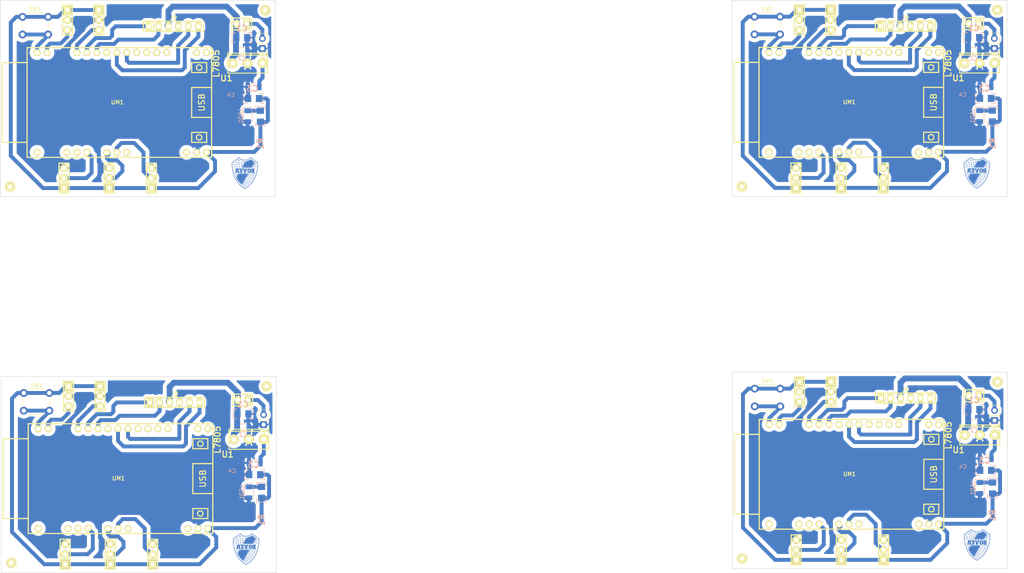
<source format=kicad_pcb>
(kicad_pcb (version 20211014) (generator pcbnew)
  (layers (0 "F.Cu" signal) (31 "B.Cu" signal) (34 "B.Paste" user) (35 "F.Paste" user) (36 "B.SilkS" user "B.Silkscreen") (37 "F.SilkS" user "F.Silkscreen") (38 "B.Mask" user) (39 "F.Mask" user) (44 "Edge.Cuts" user))
  (net 0 "")
  (net 1 "+7.5V")
  (net 2 "GND")
  (net 3 "+5V")
  (net 4 "/VBAT")
  (net 5 "/BOTON")
  (net 6 "Net-(LED1-Pad1)")
  (net 7 "/OUT_IR2")
  (net 8 "/OUT_IR1")
  (net 9 "/D0")
  (net 10 "/D0B")
  (net 11 "/IN4")
  (net 12 "/IN3")
  (net 13 "/IN2")
  (net 14 "/IN1")
  (net 17 "/OUT_IR3")
  (footprint "EESTN5:Pin_Strip_3" (layer "F.Cu") (at 51.25 159.45 90)
    (fp_text reference "J1" hide)
    (fp_text value "Sharp" hide)
  )
  (footprint "EESTN5:ESP32_DEVKIT_V1_DOIT" (layer "F.Cu") (at 52.896802 44.440117)
    (fp_text reference "UM1")
    (fp_text value "ESP32_DEVKITC" hide)
  )
  (footprint "EESTN5:pad_2mm" (layer "F.Cu") (at 277.1 115.6)
    (fp_text reference "H1" hide)
    (fp_text value "Mounting_Hole" hide)
  )
  (footprint "EESTN5:Pin_Strip_3" (layer "F.Cu") (at 61.696802 63.690117 90)
    (fp_text reference "J2" hide)
    (fp_text value "Sharp" hide)
  )
  (footprint "clipboard:f8367c0e-1178-412a-9d09-4bd76832e1de" (layer "F.Cu") (at 268.6 154.4)
    (fp_text reference "")
    (fp_text value "")
  )
  (footprint "EESTN5:ESP32_DEVKIT_V1_DOIT" (layer "F.Cu") (at 53.2 140.2)
    (fp_text reference "UM1")
    (fp_text value "ESP32_DEVKITC" hide)
  )
  (footprint "EESTN5:Pin_Strip_3" (layer "F.Cu") (at 225.85 158.35 90)
    (fp_text reference "J3" hide)
    (fp_text value "Sharp" hide)
  )
  (footprint "EESTN5:Pin_Header_6" (layer "F.Cu") (at 67.6 120.8)
    (fp_text reference "J9")
    (fp_text value "Input of Driver L9110" hide)
  )
  (footprint "EESTN5:to220" (layer "F.Cu") (at 272.55 34.4)
    (fp_text reference "U1")
    (fp_text value "L7805")
  )
  (footprint "EESTN5:Pin_Strip_3" (layer "F.Cu") (at 40.296802 23.440117 -90)
    (fp_text reference "J7" hide)
    (fp_text value "EncoderMotorDerecha" hide)
  )
  (footprint "EESTN5:to220" (layer "F.Cu") (at 272.6 129.1)
    (fp_text reference "U1")
    (fp_text value "L7805")
  )
  (footprint "EESTN5:Pin_Header_6" (layer "F.Cu") (at 253.65 25)
    (fp_text reference "J9")
    (fp_text value "Input of Driver L9110" hide)
  )
  (footprint "Connector_PinHeader_2.54mm:PinHeader_1x02_P2.54mm_Vertical" (layer "F.Cu") (at 89.946802 30.715117 180)
    (fp_text reference "J4")
    (fp_text value "CableAlimentacion")
  )
  (footprint "EESTN5:Pin_Strip_3" (layer "F.Cu") (at 225.8 63.65 90)
    (fp_text reference "J3" hide)
    (fp_text value "Sharp" hide)
  )
  (footprint "Button_Switch_THT:SW_PUSH_6mm_H4.3mm" (layer "F.Cu") (at 28.896802 22.640117)
    (fp_text reference "SW1")
    (fp_text value "SW_Push")
  )
  (footprint "EESTN5:Pin_Strip_3" (layer "F.Cu") (at 237.35 158.35 90)
    (fp_text reference "J1" hide)
    (fp_text value "Sharp" hide)
  )
  (footprint "EESTN5:to220" (layer "F.Cu") (at 86.196802 34.440117)
    (fp_text reference "U1")
    (fp_text value "L7805")
  )
  (footprint "Button_Switch_THT:SW_PUSH_6mm_H4.3mm" (layer "F.Cu") (at 215.3 117.3)
    (fp_text reference "SW1")
    (fp_text value "SW_Push")
  )
  (footprint "EESTN5:Pin_Strip_3" (layer "F.Cu") (at 40.6 119.2 -90)
    (fp_text reference "J7" hide)
    (fp_text value "EncoderMotorDerecha" hide)
  )
  (footprint "EESTN5:pad_2mm" (layer "F.Cu") (at 26 161.647332)
    (fp_text reference "H2" hide)
    (fp_text value "Mounting_Hole" hide)
  )
  (footprint "EESTN5:pad_2mm" (layer "F.Cu") (at 277.05 20.9)
    (fp_text reference "H1" hide)
    (fp_text value "Mounting_Hole" hide)
  )
  (footprint "clipboard:f8367c0e-1178-412a-9d09-4bd76832e1de" (layer "F.Cu") (at 82.5 155.5)
    (fp_text reference "")
    (fp_text value "")
  )
  (footprint "Connector_PinHeader_2.54mm:PinHeader_1x02_P2.54mm_Vertical" (layer "F.Cu") (at 90.25 126.475 180)
    (fp_text reference "J4")
    (fp_text value "CableAlimentacion")
  )
  (footprint "EESTN5:Pin_Strip_3" (layer "F.Cu") (at 237.3 63.65 90)
    (fp_text reference "J1" hide)
    (fp_text value "Sharp" hide)
  )
  (footprint "EESTN522:Jumper" (layer "F.Cu") (at 85 120.2 180)
    (fp_text reference "J5" hide)
    (fp_text value "Jumper" hide)
  )
  (footprint "Connector_PinHeader_2.54mm:PinHeader_1x02_P2.54mm_Vertical" (layer "F.Cu") (at 276.35 125.375 180)
    (fp_text reference "J4")
    (fp_text value "CableAlimentacion")
  )
  (footprint "EESTN5:Pin_Strip_3" (layer "F.Cu") (at 226.7 118.1 -90)
    (fp_text reference "J7" hide)
    (fp_text value "EncoderMotorDerecha" hide)
  )
  (footprint "EESTN522:Jumper" (layer "F.Cu") (at 84.696802 24.440117 180)
    (fp_text reference "J5" hide)
    (fp_text value "Jumper" hide)
  )
  (footprint "EESTN5:Pin_Strip_3" (layer "F.Cu") (at 234.65 23.4 -90)
    (fp_text reference "J8" hide)
    (fp_text value "EncoderMotorIzquierda" hide)
  )
  (footprint "EESTN5:Pin_Strip_3" (layer "F.Cu") (at 39.75 159.45 90)
    (fp_text reference "J3" hide)
    (fp_text value "Sharp" hide)
  )
  (footprint "EESTN522:Jumper" (layer "F.Cu") (at 271.05 24.4 180)
    (fp_text reference "J5" hide)
    (fp_text value "Jumper" hide)
  )
  (footprint "EESTN5:pad_2mm" (layer "F.Cu") (at 91 116.7)
    (fp_text reference "H1" hide)
    (fp_text value "Mounting_Hole" hide)
  )
  (footprint "EESTN5:Pin_Header_6" (layer "F.Cu") (at 67.296802 25.040117)
    (fp_text reference "J9")
    (fp_text value "Input of Driver L9110" hide)
  )
  (footprint "EESTN5:Pin_Strip_3" (layer "F.Cu") (at 226.65 23.4 -90)
    (fp_text reference "J7" hide)
    (fp_text value "EncoderMotorDerecha" hide)
  )
  (footprint "EESTN522:Jumper" (layer "F.Cu") (at 271.1 119.1 180)
    (fp_text reference "J5" hide)
    (fp_text value "Jumper" hide)
  )
  (footprint "EESTN5:pad_2mm" (layer "F.Cu") (at 212.05 65.847332)
    (fp_text reference "H2" hide)
    (fp_text value "Mounting_Hole" hide)
  )
  (footprint "EESTN5:to220" (layer "F.Cu") (at 86.5 130.2)
    (fp_text reference "U1")
    (fp_text value "L7805")
  )
  (footprint "EESTN5:Pin_Strip_3" (layer "F.Cu") (at 48.296802 23.440117 -90)
    (fp_text reference "J8" hide)
    (fp_text value "EncoderMotorIzquierda" hide)
  )
  (footprint "EESTN5:Pin_Header_6" (layer "F.Cu") (at 253.7 119.7)
    (fp_text reference "J9")
    (fp_text value "Input of Driver L9110" hide)
  )
  (footprint "EESTN5:Pin_Strip_3" (layer "F.Cu") (at 248.05 63.65 90)
    (fp_text reference "J2" hide)
    (fp_text value "Sharp" hide)
  )
  (footprint "EESTN5:ESP32_DEVKIT_V1_DOIT" (layer "F.Cu") (at 239.25 44.4)
    (fp_text reference "UM1")
    (fp_text value "ESP32_DEVKITC" hide)
  )
  (footprint "EESTN5:Pin_Strip_3" (layer "F.Cu") (at 62 159.45 90)
    (fp_text reference "J2" hide)
    (fp_text value "Sharp" hide)
  )
  (footprint "EESTN5:pad_2mm" (layer "F.Cu") (at 90.696802 20.940117)
    (fp_text reference "H1" hide)
    (fp_text value "Mounting_Hole" hide)
  )
  (footprint "EESTN5:ESP32_DEVKIT_V1_DOIT" (layer "F.Cu") (at 239.3 139.1)
    (fp_text reference "UM1")
    (fp_text value "ESP32_DEVKITC" hide)
  )
  (footprint "Connector_PinHeader_2.54mm:PinHeader_1x02_P2.54mm_Vertical" (layer "F.Cu") (at 276.3 30.675 180)
    (fp_text reference "J4")
    (fp_text value "CableAlimentacion")
  )
  (footprint "EESTN5:Pin_Strip_3" (layer "F.Cu") (at 48.6 119.2 -90)
    (fp_text reference "J8" hide)
    (fp_text value "EncoderMotorIzquierda" hide)
  )
  (footprint "Button_Switch_THT:SW_PUSH_6mm_H4.3mm" (layer "F.Cu") (at 215.25 22.6)
    (fp_text reference "SW1")
    (fp_text value "SW_Push")
  )
  (footprint "clipboard:f8367c0e-1178-412a-9d09-4bd76832e1de" (layer "F.Cu") (at 268.55 59.7)
    (fp_text reference "")
    (fp_text value "")
  )
  (footprint "EESTN5:Pin_Strip_3" (layer "F.Cu") (at 39.446802 63.690117 90)
    (fp_text reference "J3" hide)
    (fp_text value "Sharp" hide)
  )
  (footprint "clipboard:f8367c0e-1178-412a-9d09-4bd76832e1de" (layer "F.Cu") (at 82.196802 59.740117)
    (fp_text reference "")
    (fp_text value "")
  )
  (footprint "Button_Switch_THT:SW_PUSH_6mm_H4.3mm" (layer "F.Cu") (at 29.2 118.4)
    (fp_text reference "SW1")
    (fp_text value "SW_Push")
  )
  (footprint "EESTN5:pad_2mm" (layer "F.Cu") (at 212.1 160.547332)
    (fp_text reference "H2" hide)
    (fp_text value "Mounting_Hole" hide)
  )
  (footprint "EESTN5:Pin_Strip_3" (layer "F.Cu") (at 248.1 158.35 90)
    (fp_text reference "J2" hide)
    (fp_text value "Sharp" hide)
  )
  (footprint "EESTN5:pad_2mm" (layer "F.Cu") (at 25.696802 65.887449)
    (fp_text reference "H2" hide)
    (fp_text value "Mounting_Hole" hide)
  )
  (footprint "EESTN5:Pin_Strip_3" (layer "F.Cu") (at 234.7 118.1 -90)
    (fp_text reference "J8" hide)
    (fp_text value "EncoderMotorIzquierda" hide)
  )
  (footprint "EESTN5:Pin_Strip_3" (layer "F.Cu") (at 50.946802 63.690117 90)
    (fp_text reference "J1" hide)
    (fp_text value "Sharp" hide)
  )
  (footprint "EESTN5:R_1206" (layer "B.Cu") (at 275.85 142.6 90)
    (fp_text reference "R1")
    (fp_text value "470" hide)
  )
  (footprint "EESTN5:C_1206" (layer "B.Cu") (at 271.05 27.9 180)
    (fp_text reference "C1")
    (fp_text value "220uF" hide)
  )
  (footprint "LED_SMD:LED_1206_3216Metric" (layer "B.Cu") (at 272.55 47.9 -90)
    (fp_text reference "LED1")
    (fp_text value "2V")
  )
  (footprint "Capacitor_SMD:C_1206_3216Metric" (layer "B.Cu") (at 87.696802 40.440117)
    (fp_text reference "C4")
    (fp_text value "100nF")
  )
  (footprint "EESTN5:C_1206" (layer "B.Cu") (at 274.1 138.1)
    (fp_text reference "C3")
    (fp_text value "220uF" hide)
  )
  (footprint "LED_SMD:LED_1206_3216Metric" (layer "B.Cu") (at 272.6 142.6 -90)
    (fp_text reference "LED1")
    (fp_text value "2V")
  )
  (footprint "EESTN5:C_1206" (layer "B.Cu") (at 88 139.2)
    (fp_text reference "C3")
    (fp_text value "220uF" hide)
  )
  (footprint "Capacitor_SMD:C_1206_3216Metric" (layer "B.Cu") (at 84.696802 31.440117)
    (fp_text reference "C2")
    (fp_text value "100nF")
  )
  (footprint "LED_SMD:LED_1206_3216Metric" (layer "B.Cu") (at 86.5 143.7 -90)
    (fp_text reference "LED1")
    (fp_text value "2V")
  )
  (footprint "EESTN5:C_1206" (layer "B.Cu") (at 271.1 122.6 180)
    (fp_text reference "C1")
    (fp_text value "220uF" hide)
  )
  (footprint "EESTN5:R_1206" (layer "B.Cu") (at 89.75 143.7 90)
    (fp_text reference "R1")
    (fp_text value "470" hide)
  )
  (footprint "EESTN5:R_1206" (layer "B.Cu") (at 89.446802 47.940117 90)
    (fp_text reference "R1")
    (fp_text value "470" hide)
  )
  (footprint "EESTN5:C_1206" (layer "B.Cu") (at 85 123.7 180)
    (fp_text reference "C1")
    (fp_text value "220uF" hide)
  )
  (footprint "EESTN5:C_1206" (layer "B.Cu") (at 84.696802 27.940117 180)
    (fp_text reference "C1")
    (fp_text value "220uF" hide)
  )
  (footprint "Capacitor_SMD:C_1206_3216Metric" (layer "B.Cu") (at 274.1 135.1)
    (fp_text reference "C4")
    (fp_text value "100nF")
  )
  (footprint "EESTN5:R_1206" (layer "B.Cu") (at 275.8 47.9 90)
    (fp_text reference "R1")
    (fp_text value "470" hide)
  )
  (footprint "Capacitor_SMD:C_1206_3216Metric" (layer "B.Cu") (at 274.05 40.4)
    (fp_text reference "C4")
    (fp_text value "100nF")
  )
  (footprint "EESTN5:C_1206" (layer "B.Cu") (at 274.05 43.4)
    (fp_text reference "C3")
    (fp_text value "220uF" hide)
  )
  (footprint "Capacitor_SMD:C_1206_3216Metric" (layer "B.Cu") (at 85 127.2)
    (fp_text reference "C2")
    (fp_text value "100nF")
  )
  (footprint "Capacitor_SMD:C_1206_3216Metric" (layer "B.Cu") (at 271.1 126.1)
    (fp_text reference "C2")
    (fp_text value "100nF")
  )
  (footprint "EESTN5:C_1206" (layer "B.Cu") (at 87.696802 43.440117)
    (fp_text reference "C3")
    (fp_text value "220uF" hide)
  )
  (footprint "Capacitor_SMD:C_1206_3216Metric" (layer "B.Cu") (at 88 136.2)
    (fp_text reference "C4")
    (fp_text value "100nF")
  )
  (footprint "LED_SMD:LED_1206_3216Metric" (layer "B.Cu") (at 86.196802 47.940117 -90)
    (fp_text reference "LED1")
    (fp_text value "2V")
  )
  (footprint "Capacitor_SMD:C_1206_3216Metric" (layer "B.Cu") (at 271.05 31.4)
    (fp_text reference "C2")
    (fp_text value "100nF")
  )
  (gr_rect (start 93.5 164.2) (end 23.5 114.2) (layer "Edge.Cuts") (width 0.1) (fill none))
  (gr_rect (start 93.196802 68.440117) (end 23.196802 18.440117) (layer "Edge.Cuts") (width 0.1) (fill none))
  (gr_rect (start 279.6 163.1) (end 209.6 113.1) (layer "Edge.Cuts") (width 0.1) (fill none))
  (gr_rect (start 279.55 68.4) (end 209.55 18.4) (layer "Edge.Cuts") (width 0.1) (fill none))
  (segment (start 269.575 31.4) (end 269.575 32.125) (width 1.5) (layer "B.Cu") (net 1))
  (segment (start 82.69 128.76) (end 82.69 130.2) (width 1.5) (layer "B.Cu") (net 1))
  (segment (start 83.426802 24.710117) (end 83.296802 24.840117) (width 1.5) (layer "B.Cu") (net 1))
  (segment (start 269.575 31.4) (end 269.575 27.978) (width 1.5) (layer "B.Cu") (net 1))
  (segment (start 269.78 22.53) (end 269.78 24.4) (width 1.5) (layer "B.Cu") (net 1))
  (segment (start 269.83 119.37) (end 269.7 119.5) (width 1.5) (layer "B.Cu") (net 1))
  (segment (start 252.38 21.07) (end 253.45 20) (width 1.5) (layer "B.Cu") (net 1))
  (segment (start 83.525 127.2) (end 83.525 127.925) (width 1.5) (layer "B.Cu") (net 1))
  (segment (start 83.73 120.47) (end 83.6 120.6) (width 1.5) (layer "B.Cu") (net 1))
  (segment (start 269.625 122.678) (end 269.703 122.6) (width 1.5) (layer "B.Cu") (net 1))
  (segment (start 66.33 116.87) (end 67.4 115.8) (width 1.5) (layer "B.Cu") (net 1))
  (segment (start 252.43 119.7) (end 252.43 115.77) (width 1.5) (layer "B.Cu") (net 1))
  (segment (start 252.15848 24.77848) (end 252.38 25) (width 1.5) (layer "B.Cu") (net 1))
  (segment (start 65.805282 24.818597) (end 66.026802 25.040117) (width 1.5) (layer "B.Cu") (net 1))
  (segment (start 83.221802 31.440117) (end 83.221802 28.018117) (width 1.5) (layer "B.Cu") (net 1))
  (segment (start 269.653 24.803) (end 269.653 27.9) (width 1.5) (layer "B.Cu") (net 1))
  (segment (start 269.575 32.125) (end 268.74 32.96) (width 1.5) (layer "B.Cu") (net 1))
  (segment (start 252.38 25) (end 252.38 21.07) (width 1.5) (layer "B.Cu") (net 1))
  (segment (start 66.33 120.8) (end 66.33 116.87) (width 1.5) (layer "B.Cu") (net 1))
  (segment (start 269.7 119.5) (end 269.703 119.503) (width 1.5) (layer "B.Cu") (net 1))
  (segment (start 66.10848 120.57848) (end 66.33 120.8) (width 1.5) (layer "B.Cu") (net 1))
  (segment (start 269.83 117.23) (end 269.83 119.1) (width 1.5) (layer "B.Cu") (net 1))
  (segment (start 66.026802 21.110117) (end 67.096802 20.040117) (width 1.5) (layer "B.Cu") (net 1))
  (segment (start 269.78 24.67) (end 269.65 24.8) (width 1.5) (layer "B.Cu") (net 1))
  (segment (start 81.2 115.8) (end 83.73 118.33) (width 1.5) (layer "B.Cu") (net 1))
  (segment (start 83.299802 24.843117) (end 83.299802 27.940117) (width 1.5) (layer "B.Cu") (net 1))
  (segment (start 83.221802 31.440117) (end 83.221802 32.165117) (width 1.5) (layer "B.Cu") (net 1))
  (segment (start 252.20848 119.47848) (end 252.43 119.7) (width 1.5) (layer "B.Cu") (net 1))
  (segment (start 253.5 114.7) (end 267.3 114.7) (width 1.5) (layer "B.Cu") (net 1))
  (segment (start 268.79 127.66) (end 268.79 129.1) (width 1.5) (layer "B.Cu") (net 1))
  (segment (start 268.74 32.96) (end 268.74 34.4) (width 1.5) (layer "B.Cu") (net 1))
  (segment (start 269.575 27.978) (end 269.653 27.9) (width 1.5) (layer "B.Cu") (net 1))
  (segment (start 83.73 120.2) (end 83.73 120.47) (width 1.5) (layer "B.Cu") (net 1))
  (segment (start 82.386802 33.000117) (end 82.386802 34.440117) (width 1.5) (layer "B.Cu") (net 1))
  (segment (start 67.4 115.8) (end 81.2 115.8) (width 1.5) (layer "B.Cu") (net 1))
  (segment (start 269.625 126.1) (end 269.625 122.678) (width 1.5) (layer "B.Cu") (net 1))
  (segment (start 252.43 115.77) (end 253.5 114.7) (width 1.5) (layer "B.Cu") (net 1))
  (segment (start 269.65 24.8) (end 269.653 24.803) (width 1.5) (layer "B.Cu") (net 1))
  (segment (start 83.426802 24.440117) (end 83.426802 24.710117) (width 1.5) (layer "B.Cu") (net 1))
  (segment (start 83.525 127.2) (end 83.525 123.778) (width 1.5) (layer "B.Cu") (net 1))
  (segment (start 269.625 126.825) (end 268.79 127.66) (width 1.5) (layer "B.Cu") (net 1))
  (segment (start 267.25 20) (end 269.78 22.53) (width 1.5) (layer "B.Cu") (net 1))
  (segment (start 269.83 119.1) (end 269.83 119.37) (width 1.5) (layer "B.Cu") (net 1))
  (segment (start 269.78 24.4) (end 269.78 24.67) (width 1.5) (layer "B.Cu") (net 1))
  (segment (start 269.703 119.503) (end 269.703 122.6) (width 1.5) (layer "B.Cu") (net 1))
  (segment (start 83.221802 28.018117) (end 83.299802 27.940117) (width 1.5) (layer "B.Cu") (net 1))
  (segment (start 83.603 120.603) (end 83.603 123.7) (width 1.5) (layer "B.Cu") (net 1))
  (segment (start 66.026802 25.040117) (end 66.026802 21.110117) (width 1.5) (layer "B.Cu") (net 1))
  (segment (start 269.625 126.1) (end 269.625 126.825) (width 1.5) (layer "B.Cu") (net 1))
  (segment (start 83.525 123.778) (end 83.603 123.7) (width 1.5) (layer "B.Cu") (net 1))
  (segment (start 83.296802 24.840117) (end 83.299802 24.843117) (width 1.5) (layer "B.Cu") (net 1))
  (segment (start 67.096802 20.040117) (end 80.896802 20.040117) (width 1.5) (layer "B.Cu") (net 1))
  (segment (start 83.6 120.6) (end 83.603 120.603) (width 1.5) (layer "B.Cu") (net 1))
  (segment (start 83.221802 32.165117) (end 82.386802 33.000117) (width 1.5) (layer "B.Cu") (net 1))
  (segment (start 80.896802 20.040117) (end 83.426802 22.570117) (width 1.5) (layer "B.Cu") (net 1))
  (segment (start 83.426802 22.570117) (end 83.426802 24.440117) (width 1.5) (layer "B.Cu") (net 1))
  (segment (start 253.45 20) (end 267.25 20) (width 1.5) (layer "B.Cu") (net 1))
  (segment (start 83.73 118.33) (end 83.73 120.2) (width 1.5) (layer "B.Cu") (net 1))
  (segment (start 267.3 114.7) (end 269.83 117.23) (width 1.5) (layer "B.Cu") (net 1))
  (segment (start 83.525 127.925) (end 82.69 128.76) (width 1.5) (layer "B.Cu") (net 1))
  (segment (start 86.603 136.278) (end 86.525 136.2) (width 1) (layer "B.Cu") (net 2))
  (segment (start 234.7 147.85) (end 236.1 147.85) (width 1) (layer "B.Cu") (net 2))
  (segment (start 223.9 153.86) (end 225.85 155.81) (width 1) (layer "B.Cu") (net 2))
  (segment (start 272.447 31.322) (end 272.525 31.4) (width 1) (layer "B.Cu") (net 2))
  (segment (start 274.775 30.675) (end 274.05 31.4) (width 1) (layer "B.Cu") (net 2))
  (segment (start 259.57 57.1) (end 259.75 56.92) (width 1) (layer "B.Cu") (net 2))
  (segment (start 229.3 118.1) (end 230.7 118.1) (width 1) (layer "B.Cu") (net 2))
  (segment (start 276.35 125.375) (end 274.825 125.375) (width 1) (layer "B.Cu") (net 2))
  (segment (start 274.1 126.1) (end 272.575 126.1) (width 1) (layer "B.Cu") (net 2))
  (segment (start 259.8 148.2) (end 260.3 147.7) (width 1) (layer "B.Cu") (net 2))
  (segment (start 264.35 34.9) (end 264.35 39.7) (width 1) (layer "B.Cu") (net 2))
  (segment (start 272.55 31.425) (end 272.55 34.4) (width 1) (layer "B.Cu") (net 2))
  (segment (start 272.497 126.022) (end 272.575 126.1) (width 1) (layer "B.Cu") (net 2))
  (segment (start 43.2 119.2) (end 44.6 119.2) (width 1) (layer "B.Cu") (net 2))
  (segment (start 86.171802 31.440117) (end 86.196802 31.465117) (width 1) (layer "B.Cu") (net 2))
  (segment (start 38.646802 53.190117) (end 37.496802 54.340117) (width 1) (layer "B.Cu") (net 2))
  (segment (start 40.325 148.925) (end 40.35 148.95) (width 1) (layer "B.Cu") (net 2))
  (segment (start 274.825 125.375) (end 274.1 126.1) (width 1) (layer "B.Cu") (net 2))
  (segment (start 226.4 53.15) (end 225 53.15) (width 1) (layer "B.Cu") (net 2))
  (segment (start 270.25 144) (end 269.35 143.1) (width 1) (layer "B.Cu") (net 2))
  (segment (start 48.6 148.95) (end 50 148.95) (width 1) (layer "B.Cu") (net 2))
  (segment (start 248.1 147.85) (end 247.1 147.85) (width 1) (layer "B.Cu") (net 2))
  (segment (start 86.397 127.122) (end 86.475 127.2) (width 1) (layer "B.Cu") (net 2))
  (segment (start 259.75 56.92) (end 259.75 53.5) (width 1) (layer "B.Cu") (net 2))
  (segment (start 76.016802 53.190117) (end 70.646802 53.190117) (width 1) (layer "B.Cu") (net 2))
  (segment (start 225 53.15) (end 225 31.55) (width 1) (layer "B.Cu") (net 2))
  (segment (start 226.425 147.825) (end 226.45 147.85) (width 1) (layer "B.Cu") (net 2))
  (segment (start 86.5 127.225) (end 86.5 130.2) (width 1) (layer "B.Cu") (net 2))
  (segment (start 82.946802 48.440117) (end 82.946802 44.690117) (width 1) (layer "B.Cu") (net 2))
  (segment (start 272.525 31.4) (end 272.55 31.425) (width 1) (layer "B.Cu") (net 2))
  (segment (start 237.3 61.11) (end 236.26 61.11) (width 1) (layer "B.Cu") (net 2))
  (segment (start 49.906802 61.150117) (end 48.296802 59.540117) (width 1) (layer "B.Cu") (net 2))
  (segment (start 262.42 147.85) (end 271.1 147.85) (width 1) (layer "B.Cu") (net 2))
  (segment (start 269.3 44.65) (end 270.55 43.4) (width 1) (layer "B.Cu") (net 2))
  (segment (start 90.25 126.475) (end 88.725 126.475) (width 1) (layer "B.Cu") (net 2))
  (segment (start 236.05 53.15) (end 226.4 53.15) (width 1) (layer "B.Cu") (net 2))
  (segment (start 73.396802 56.960117) (end 73.396802 53.540117) (width 1) (layer "B.Cu") (net 2))
  (segment (start 48.6 155.3) (end 48.6 148.95) (width 1) (layer "B.Cu") (net 2))
  (segment (start 254.97 117.63) (end 255.5 117.1) (width 1) (layer "B.Cu") (net 2))
  (segment (start 48.296802 59.540117) (end 48.296802 53.190117) (width 1) (layer "B.Cu") (net 2))
  (segment (start 68.87 118.73) (end 69.4 118.2) (width 1) (layer "B.Cu") (net 2))
  (segment (start 80.896802 32.040117) (end 77.996802 34.940117) (width 1) (layer "B.Cu") (net 2))
  (segment (start 267.25 32) (end 264.35 34.9) (width 1) (layer "B.Cu") (net 2))
  (segment (start 86.5 147.45) (end 86.5 145.1) (width 1) (layer "B.Cu") (net 2))
  (segment (start 86.397 123.7) (end 86.397 127.122) (width 1) (layer "B.Cu") (net 2))
  (segment (start 68.87 120.8) (end 68.87 118.73) (width 1) (layer "B.Cu") (net 2))
  (segment (start 73.7 149.3) (end 74.2 148.8) (width 1) (layer "B.Cu") (net 2))
  (segment (start 274.05 31.4) (end 272.525 31.4) (width 1) (layer "B.Cu") (net 2))
  (segment (start 44.386481 25.850438) (end 44.386481 23.529796) (width 1) (layer "B.Cu") (net 2))
  (segment (start 60.696802 53.190117) (end 49.696802 53.190117) (width 1) (layer "B.Cu") (net 2))
  (segment (start 272.6 146.35) (end 272.6 144) (width 1) (layer "B.Cu") (net 2))
  (segment (start 84.15 145.1) (end 83.25 144.2) (width 1) (layer "B.Cu") (net 2))
  (segment (start 38.95 148.95) (end 37.8 150.1) (width 1) (layer "B.Cu") (net 2))
  (segment (start 234.65 59.5) (end 234.65 53.15) (width 1) (layer "B.Cu") (net 2))
  (segment (start 38.95 127.35) (end 44.689679 121.610321) (width 1) (layer "B.Cu") (net 2))
  (segment (start 262.05 22.4) (end 267.25 27.6) (width 1) (layer "B.Cu") (net 2))
  (segment (start 62 156.91) (end 62 148.95) (width 1) (layer "B.Cu") (net 2))
  (segment (start 44.689679 119.289679) (end 44.6 119.2) (width 1) (layer "B.Cu") (net 2))
  (segment (start 262.37 53.15) (end 257 53.15) (width 1) (layer "B.Cu") (net 2))
  (segment (start 62 148.95) (end 61 148.95) (width 1) (layer "B.Cu") (net 2))
  (segment (start 86.299802 40.518117) (end 86.221802 40.440117) (width 1) (layer "B.Cu") (net 2))
  (segment (start 257.7 53.15) (end 257 53.15) (width 1) (layer "B.Cu") (net 2))
  (segment (start 272.575 40.4) (end 272.575 34.425) (width 1) (layer "B.Cu") (net 2))
  (segment (start 257.75 147.85) (end 257.05 147.85) (width 1) (layer "B.Cu") (net 2))
  (segment (start 71.346802 53.190117) (end 70.646802 53.190117) (width 1) (layer "B.Cu") (net 2))
  (segment (start 271.05 53.15) (end 272.55 51.65) (width 1) (layer "B.Cu") (net 2))
  (segment (start 272.625 129.125) (end 272.6 129.1) (width 1) (layer "B.Cu") (net 2))
  (segment (start 84.5 139.2) (end 86.603 139.2) (width 1) (layer "B.Cu") (net 2))
  (segment (start 71.65 148.95) (end 70.95 148.95) (width 1) (layer "B.Cu") (net 2))
  (segment (start 84.696802 53.190117) (end 86.196802 51.690117) (width 1) (layer "B.Cu") (net 2))
  (segment (start 225.05 147.85) (end 223.9 149) (width 1) (layer "B.Cu") (net 2))
  (segment (start 76 118.2) (end 81.2 123.4) (width 1) (layer "B.Cu") (net 2))
  (segment (start 50.21 156.91) (end 48.6 155.3) (width 1) (layer "B.Cu") (net 2))
  (segment (start 236.26 61.11) (end 234.65 59.5) (width 1) (layer "B.Cu") (net 2))
  (segment (start 248.05 53.15) (end 247.05 53.15) (width 1) (layer "B.Cu") (net 2))
  (segment (start 40.046802 53.190117) (end 38.646802 53.190117) (width 1) (layer "B.Cu") (net 2))
  (segment (start 89.946802 30.715117) (end 88.421802 30.715117) (width 1) (layer "B.Cu") (net 2))
  (segment (start 225.05 126.25) (end 230.789679 120.510321) (width 1) (layer "B.Cu") (net 2))
  (segment (start 69.096802 22.440117) (end 75.696802 22.440117) (width 1) (layer "B.Cu") (net 2))
  (segment (start 37.8 150.1) (end 37.8 154.96) (width 1) (layer "B.Cu") (net 2))
  (segment (start 230.65 23.4) (end 234.65 23.4) (width 1) (layer "B.Cu") (net 2))
  (segment (start 83.25 140.45) (end 84.5 139.2) (width 1) (layer "B.Cu") (net 2))
  (segment (start 40.021802 53.165117) (end 40.046802 53.190117) (width 1) (layer "B.Cu") (net 2))
  (segment (start 225 31.55) (end 230.739679 25.810321) (width 1) (layer "B.Cu") (net 2))
  (segment (start 272.447 27.9) (end 272.447 31.322) (width 1) (layer "B.Cu") (net 2))
  (segment (start 86.221802 40.440117) (end 86.221802 34.465117) (width 1) (layer "B.Cu") (net 2))
  (segment (start 264.35 39.7) (end 269.3 44.65) (width 1) (layer "B.Cu") (net 2))
  (segment (start 226.45 147.85) (end 225.05 147.85) (width 1) (layer "B.Cu") (net 2))
  (segment (start 88 127.2) (end 86.475 127.2) (width 1) (layer "B.Cu") (net 2))
  (segment (start 81.2 123.4) (end 81.2 127.8) (width 1) (layer "B.Cu") (net 2))
  (segment (start 257.05 147.85) (end 247.1 147.85) (width 1) (layer "B.Cu") (net 2))
  (segment (start 254.92 25) (end 254.92 22.93) (width 1) (layer "B.Cu") (net 2))
  (segment (start 86.196802 51.690117) (end 86.196802 49.340117) (width 1) (layer "B.Cu") (net 2))
  (segment (start 237.35 155.81) (end 236.31 155.81) (width 1) (layer "B.Cu") (net 2))
  (segment (start 270.6 138.1) (end 272.703 138.1) (width 1) (layer "B.Cu") (net 2))
  (segment (start 70.646802 53.190117) (end 60.696802 53.190117) (width 1) (layer "B.Cu") (net 2))
  (segment (start 76.016802 53.190117) (end 84.696802 53.190117) (width 1) (layer "B.Cu") (net 2))
  (segment (start 272.703 135.178) (end 272.625 135.1) (width 1) (layer "B.Cu") (net 2))
  (segment (start 267.3 126.7) (end 264.4 129.6) (width 1) (layer "B.Cu") (net 2))
  (segment (start 86.475 127.2) (end 86.5 127.225) (width 1) (layer "B.Cu") (net 2))
  (segment (start 259.8 151.62) (end 259.8 148.2) (width 1) (layer "B.Cu") (net 2))
  (segment (start 272.6 126.125) (end 272.6 129.1) (width 1) (layer "B.Cu") (net 2))
  (segment (start 77.996802 34.940117) (end 77.996802 39.740117) (width 1) (layer "B.Cu") (net 2))
  (segment (start 75.696802 22.440117) (end 80.896802 27.640117) (width 1) (layer "B.Cu") (net 2))
  (segment (start 86.525 130.225) (end 86.5 130.2) (width 1) (layer "B.Cu") (net 2))
  (segment (start 40.6 119.2) (end 43.2 119.2) (width 1) (layer "B.Cu") (net 2))
  (segment (start 81.2 127.8) (end 78.3 130.7) (width 1) (layer "B.Cu") (net 2))
  (segment (start 82.946802 44.690117) (end 84.196802 43.440117) (width 1) (layer "B.Cu") (net 2))
  (segment (start 247.1 147.85) (end 236.1 147.85) (width 1) (layer "B.Cu") (net 2))
  (segment (start 230.739679 25.810321) (end 230.739679 23.489679) (width 1) (layer "B.Cu") (net 2))
  (segment (start 40.296802 23.440117) (end 42.896802 23.440117) (width 1) (layer "B.Cu") (net 2))
  (segment (start 272.653 40.478) (end 272.575 40.4) (width 1) (layer "B.Cu") (net 2))
  (segment (start 85 148.95) (end 86.5 147.45) (width 1) (layer "B.Cu") (net 2))
  (segment (start 44.386481 23.529796) (end 44.296802 23.440117) (width 1) (layer "B.Cu") (net 2))
  (segment (start 69.4 118.2) (end 76 118.2) (width 1) (layer "B.Cu") (net 2))
  (segment (start 42.896802 23.440117) (end 44.296802 23.440117) (width 1) (layer "B.Cu") (net 2))
  (segment (start 272.55 51.65) (end 272.55 49.3) (width 1) (layer "B.Cu") (net 2))
  (segment (start 86.525 136.2) (end 86.525 130.225) (width 1) (layer "B.Cu") (net 2))
  (segment (start 48.296802 53.190117) (end 49.696802 53.190117) (width 1) (layer "B.Cu") (net 2))
  (segment (start 50.946802 61.150117) (end 49.906802 61.150117) (width 1) (layer "B.Cu") (net 2))
  (segment (start 267.25 27.6) (end 267.25 32) (width 1) (layer "B.Cu") (net 2))
  (segment (start 255.45 22.4) (end 262.05 22.4) (width 1) (layer "B.Cu") (net 2))
  (segment (start 226.375 53.125) (end 226.4 53.15) (width 1) (layer "B.Cu") (net 2))
  (segment (start 272.653 43.4) (end 272.653 40.478) (width 1) (layer "B.Cu") (net 2))
  (segment (start 38.646802 31.590117) (end 44.386481 25.850438) (width 1) (layer "B.Cu") (net 2))
  (segment (start 68.566802 22.970117) (end 69.096802 22.440117) (width 1) (layer "B.Cu") (net 2))
  (segment (start 269.35 143.1) (end 269.35 139.35) (width 1) (layer "B.Cu") (net 2))
  (segment (start 76.32 148.95) (end 70.95 148.95) (width 1) (layer "B.Cu") (net 2))
  (segment (start 234.65 53.15) (end 236.05 53.15) (width 1) (layer "B.Cu") (net 2))
  (segment (start 262.37 53.15) (end 271.05 53.15) (width 1) (layer "B.Cu") (net 2))
  (segment (start 37.8 154.96) (end 39.75 156.91) (width 1) (layer "B.Cu") (net 2))
  (segment (start 230.789679 118.189679) (end 230.7 118.1) (width 1) (layer "B.Cu") (net 2))
  (segment (start 83.846802 49.340117) (end 82.946802 48.440117) (width 1) (layer "B.Cu") (net 2))
  (segment (start 262.42 147.85) (end 257.05 147.85) (width 1) (layer "B.Cu") (net 2))
  (segment (start 61 148.95) (end 50 148.95) (width 1) (layer "B.Cu") (net 2))
  (segment (start 80.896802 27.640117) (end 80.896802 32.040117) (width 1) (layer "B.Cu") (net 2))
  (segment (start 223.85 59.16) (end 225.8 61.11) (width 1) (layer "B.Cu") (net 2))
  (segment (start 229.25 23.4) (end 230.65 23.4) (width 1) (layer "B.Cu") (net 2))
  (segment (start 257 53.15) (end 247.05 53.15) (width 1) (layer "B.Cu") (net 2))
  (segment (start 73.7 152.72) (end 73.7 149.3) (width 1) (layer "B.Cu") (net 2))
  (segment (start 272.575 126.1) (end 272.6 126.125) (width 1) (layer "B.Cu") (net 2))
  (segment (start 254.92 22.93) (end 255.45 22.4) (width 1) (layer "B.Cu") (net 2))
  (segment (start 230.739679 23.489679) (end 230.65 23.4) (width 1) (layer "B.Cu") (net 2))
  (segment (start 83.25 144.2) (end 83.25 140.45) (width 1) (layer "B.Cu") (net 2))
  (segment (start 78.3 135.5) (end 83.25 140.45) (width 1) (layer "B.Cu") (net 2))
  (segment (start 259.62 151.8) (end 259.8 151.62) (width 1) (layer "B.Cu") (net 2))
  (segment (start 272.703 138.1) (end 272.703 135.178) (width 1) (layer "B.Cu") (net 2))
  (segment (start 61.696802 53.190117) (end 60.696802 53.190117) (width 1) (layer "B.Cu") (net 2))
  (segment (start 223.85 54.3) (end 223.85 59.16) (width 1) (layer "B.Cu") (net 2))
  (segment (start 51.25 156.91) (end 50.21 156.91) (width 1) (layer "B.Cu") (net 2))
  (segment (start 269.35 139.35) (end 270.6 138.1) (width 1) (layer "B.Cu") (net 2))
  (segment (start 255.5 117.1) (end 262.1 117.1) (width 1) (layer "B.Cu") (net 2))
  (segment (start 264.4 134.4) (end 269.35 139.35) (width 1) (layer "B.Cu") (net 2))
  (segment (start 38.646802 53.190117) (end 38.646802 31.590117) (width 1) (layer "B.Cu") (net 2))
  (segment (start 73.52 152.9) (end 73.7 152.72) (width 1) (layer "B.Cu") (net 2))
  (segment (start 272.6 144) (end 270.25 144) (width 1) (layer "B.Cu") (net 2))
  (segment (start 73.216802 57.140117) (end 73.396802 56.960117) (width 1) (layer "B.Cu") (net 2))
  (segment (start 86.5 145.1) (end 84.15 145.1) (width 1) (layer "B.Cu") (net 2))
  (segment (start 50 148.95) (end 40.35 148.95) (width 1) (layer "B.Cu") (net 2))
  (segment (start 270.2 49.3) (end 269.3 48.4) (width 1) (layer "B.Cu") (net 2))
  (segment (start 68.566802 25.040117) (end 68.566802 22.970117) (width 1) (layer "B.Cu") (net 2))
  (segment (start 70.95 148.95) (end 61 148.95) (width 1) (layer "B.Cu") (net 2))
  (segment (start 77.996802 39.740117) (end 82.946802 44.690117) (width 1) (layer "B.Cu") (net 2))
  (segment (start 86.196802 31.465117) (end 86.196802 34.440117) (width 1) (layer "B.Cu") (net 2))
  (segment (start 248.05 61.11) (end 248.05 53.15) (width 1) (layer "B.Cu") (net 2))
  (segment (start 44.6 119.2) (end 48.6 119.2) (width 1) (layer "B.Cu") (net 2))
  (segment (start 86.093802 31.362117) (end 86.171802 31.440117) (width 1) (layer "B.Cu") (net 2))
  (segment (start 248.1 155.81) (end 248.1 147.85) (width 1) (layer "B.Cu") (net 2))
  (segment (start 73.396802 53.540117) (end 73.896802 53.040117) (width 1) (layer "B.Cu") (net 2))
  (segment (start 225.05 147.85) (end 225.05 126.25) (width 1) (layer "B.Cu") (net 2))
  (segment (start 230.789679 120.510321) (end 230.789679 118.189679) (width 1) (layer "B.Cu") (net 2))
  (segment (start 49.696802 53.190117) (end 40.046802 53.190117) (width 1) (layer "B.Cu") (net 2))
  (segment (start 247.05 53.15) (end 236.05 53.15) (width 1) (layer "B.Cu") (net 2))
  (segment (start 37.496802 54.340117) (end 37.496802 59.200117) (width 1) (layer "B.Cu") (net 2))
  (segment (start 88.421802 30.715117) (end 87.696802 31.440117) (width 1) (layer "B.Cu") (net 2))
  (segment (start 76.32 148.95) (end 85 148.95) (width 1) (layer "B.Cu") (net 2))
  (segment (start 38.95 148.95) (end 38.95 127.35) (width 1) (layer "B.Cu") (net 2))
  (segment (start 44.296802 23.440117) (end 48.296802 23.440117) (width 1) (layer "B.Cu") (net 2))
  (segment (start 259.75 53.5) (end 260.25 53) (width 1) (layer "B.Cu") (net 2))
  (segment (start 272.575 34.425) (end 272.55 34.4) (width 1) (layer "B.Cu") (net 2))
  (segment (start 254.97 119.7) (end 254.97 117.63) (width 1) (layer "B.Cu") (net 2))
  (segment (start 37.496802 59.200117) (end 39.446802 61.150117) (width 1) (layer "B.Cu") (net 2))
  (segment (start 86.603 139.2) (end 86.603 136.278) (width 1) (layer "B.Cu") (net 2))
  (segment (start 264.4 129.6) (end 264.4 134.4) (width 1) (layer "B.Cu") (net 2))
  (segment (start 87.696802 31.440117) (end 86.171802 31.440117) (width 1) (layer "B.Cu") (net 2))
  (segment (start 234.7 154.2) (end 234.7 147.85) (width 1) (layer "B.Cu") (net 2))
  (segment (start 272.625 135.1) (end 272.625 129.125) (width 1) (layer "B.Cu") (net 2))
  (segment (start 223.9 149) (end 223.9 153.86) (width 1) (layer "B.Cu") (net 2))
  (segment (start 88.725 126.475) (end 88 127.2) (width 1) (layer "B.Cu") (net 2))
  (segment (start 236.31 155.81) (end 234.7 154.2) (width 1) (layer "B.Cu") (net 2))
  (segment (start 78.3 130.7) (end 78.3 135.5) (width 1) (layer "B.Cu") (net 2))
  (segment (start 226.65 23.4) (end 229.25 23.4) (width 1) (layer "B.Cu") (net 2))
  (segment (start 270.55 43.4) (end 272.653 43.4) (width 1) (layer "B.Cu") (net 2))
  (segment (start 271.1 147.85) (end 272.6 146.35) (width 1) (layer "B.Cu") (net 2))
  (segment (start 272.497 122.6) (end 272.497 126.022) (width 1) (layer "B.Cu") (net 2))
  (segment (start 267.3 122.3) (end 267.3 126.7) (width 1) (layer "B.Cu") (net 2))
  (segment (start 61.696802 61.150117) (end 61.696802 53.190117) (width 1) (layer "B.Cu") (net 2))
  (segment (start 40.35 148.95) (end 38.95 148.95) (width 1) (layer "B.Cu") (net 2))
  (segment (start 230.7 118.1) (end 234.7 118.1) (width 1) (layer "B.Cu") (net 2))
  (segment (start 226.7 118.1) (end 229.3 118.1) (width 1) (layer "B.Cu") (net 2))
  (segment (start 86.093802 27.940117) (end 86.093802 31.362117) (width 1) (layer "B.Cu") (net 2))
  (segment (start 236.1 147.85) (end 226.45 147.85) (width 1) (layer "B.Cu") (net 2))
  (segment (start 86.196802 49.340117) (end 83.846802 49.340117) (width 1) (layer "B.Cu") (net 2))
  (segment (start 262.1 117.1) (end 267.3 122.3) (width 1) (layer "B.Cu") (net 2))
  (segment (start 269.3 48.4) (end 269.3 44.65) (width 1) (layer "B.Cu") (net 2))
  (segment (start 272.55 49.3) (end 270.2 49.3) (width 1) (layer "B.Cu") (net 2))
  (segment (start 276.3 30.675) (end 274.775 30.675) (width 1) (layer "B.Cu") (net 2))
  (segment (start 44.689679 121.610321) (end 44.689679 119.289679) (width 1) (layer "B.Cu") (net 2))
  (segment (start 86.299802 43.440117) (end 86.299802 40.518117) (width 1) (layer "B.Cu") (net 2))
  (segment (start 84.196802 43.440117) (end 86.299802 43.440117) (width 1) (layer "B.Cu") (net 2))
  (segment (start 225 53.15) (end 223.85 54.3) (width 1) (layer "B.Cu") (net 2))
  (segment (start 86.221802 34.465117) (end 86.196802 34.440117) (width 1) (layer "B.Cu") (net 2))
  (segment (start 91.25 139.2) (end 91.651211 139.601211) (width 1) (layer "B.Cu") (net 3))
  (segment (start 39.636802 20.900117) (end 40.296802 20.900117) (width 1) (layer "B.Cu") (net 3))
  (segment (start 62 161.99) (end 73.96 161.99) (width 1) (layer "B.Cu") (net 3))
  (segment (start 277.751211 138.501211) (end 277.751211 143.698789) (width 1) (layer "B.Cu") (net 3))
  (segment (start 27.6 118.4) (end 26.2 119.8) (width 1) (layer "B.Cu") (net 3))
  (segment (start 277.3 43.4) (end 277.701211 43.801211) (width 1) (layer "B.Cu") (net 3))
  (segment (start 89.549802 49.440117) (end 89.446802 49.337117) (width 1) (layer "B.Cu") (net 3))
  (segment (start 50.946802 66.230117) (end 61.696802 66.230117) (width 1) (layer "B.Cu") (net 3))
  (segment (start 61.696802 66.230117) (end 73.656802 66.230117) (width 1) (layer "B.Cu") (net 3))
  (segment (start 220.49 160.89) (end 225.85 160.89) (width 1) (layer "B.Cu") (net 3))
  (segment (start 274.2 57) (end 262.21 57) (width 1) (layer "B.Cu") (net 3))
  (segment (start 234.7 115.56) (end 226.7 115.56) (width 1) (layer "B.Cu") (net 3))
  (segment (start 39.94 116.66) (end 40.6 116.66) (width 1) (layer "B.Cu") (net 3))
  (segment (start 89.75 151.2) (end 88.15 152.8) (width 1) (layer "B.Cu") (net 3))
  (segment (start 26.2 119.8) (end 26.2 153.8) (width 1) (layer "B.Cu") (net 3))
  (segment (start 73.656802 66.230117) (end 77.896802 61.990117) (width 1) (layer "B.Cu") (net 3))
  (segment (start 275.497 138.1) (end 277.35 138.1) (width 1) (layer "B.Cu") (net 3))
  (segment (start 50.946802 66.230117) (end 39.446802 66.230117) (width 1) (layer "B.Cu") (net 3))
  (segment (start 225.85 160.89) (end 226.1 161.14) (width 1) (layer "B.Cu") (net 3))
  (segment (start 225.8 66.19) (end 226.05 66.44) (width 1) (layer "B.Cu") (net 3))
  (segment (start 237.3 66.19) (end 248.05 66.19) (width 1) (layer "B.Cu") (net 3))
  (segment (start 89.446802 55.440117) (end 87.846802 57.040117) (width 1) (layer "B.Cu") (net 3))
  (segment (start 39.75 161.99) (end 40 162.24) (width 1) (layer "B.Cu") (net 3))
  (segment (start 35.7 118.4) (end 38.2 118.4) (width 1) (layer "B.Cu") (net 3))
  (segment (start 277.35 138.1) (end 277.751211 138.501211) (width 1) (layer "B.Cu") (net 3))
  (segment (start 234.65 20.86) (end 226.65 20.86) (width 1) (layer "B.Cu") (net 3))
  (segment (start 75.856802 57.040117) (end 75.756802 57.140117) (width 1) (layer "B.Cu") (net 3))
  (segment (start 91.651211 144.798789) (end 91.25 145.2) (width 1) (layer "B.Cu") (net 3))
  (segment (start 87.846802 57.040117) (end 75.856802 57.040117) (width 1) (layer "B.Cu") (net 3))
  (segment (start 275.85 143.997) (end 275.85 150.1) (width 1) (layer "B.Cu") (net 3))
  (segment (start 89.171802 38.965117) (end 89.171802 40.440117) (width 1) (layer "B.Cu") (net 3))
  (segment (start 77.896802 59.280117) (end 75.756802 57.140117) (width 1) (layer "B.Cu") (net 3))
  (segment (start 275.8 55.4) (end 274.2 57) (width 1) (layer "B.Cu") (net 3))
  (segment (start 78.2 155.04) (end 76.06 152.9) (width 1) (layer "B.Cu") (net 3))
  (segment (start 37.896802 22.640117) (end 39.636802 20.900117) (width 1) (layer "B.Cu") (net 3))
  (segment (start 215.25 22.6) (end 213.65 22.6) (width 1) (layer "B.Cu") (net 3))
  (segment (start 76.16 152.8) (end 76.06 152.9) (width 1) (layer "B.Cu") (net 3))
  (segment (start 275.85 150.1) (end 274.25 151.7) (width 1) (layer "B.Cu") (net 3))
  (segment (start 89.475 134.725) (end 89.475 136.2) (width 1) (layer "B.Cu") (net 3))
  (segment (start 25.896802 58.040117) (end 34.086802 66.230117) (width 1) (layer "B.Cu") (net 3))
  (segment (start 91.348013 43.841328) (end 91.348013 49.038906) (width 1) (layer "B.Cu") (net 3))
  (segment (start 29.2 118.4) (end 27.6 118.4) (width 1) (layer "B.Cu") (net 3))
  (segment (start 212.25 58) (end 220.44 66.19) (width 1) (layer "B.Cu") (net 3))
  (segment (start 226.04 115.56) (end 226.7 115.56) (width 1) (layer "B.Cu") (net 3))
  (segment (start 39.446802 66.230117) (end 39.696802 66.480117) (width 1) (layer "B.Cu") (net 3))
  (segment (start 35.396802 22.640117) (end 37.896802 22.640117) (width 1) (layer "B.Cu") (net 3))
  (segment (start 264.25 61.95) (end 264.25 59.24) (width 1) (layer "B.Cu") (net 3))
  (segment (start 221.8 117.3) (end 224.3 117.3) (width 1) (layer "B.Cu") (net 3))
  (segment (start 27.296802 22.640117) (end 25.896802 24.040117) (width 1) (layer "B.Cu") (net 3))
  (segment (start 213.65 22.6) (end 212.25 24) (width 1) (layer "B.Cu") (net 3))
  (segment (start 89.446802 49.337117) (end 89.446802 55.440117) (width 1) (layer "B.Cu") (net 3))
  (segment (start 224.25 22.6) (end 225.99 20.86) (width 1) (layer "B.Cu") (net 3))
  (segment (start 90.946802 49.440117) (end 89.549802 49.440117) (width 1) (layer "B.Cu") (net 3))
  (segment (start 276.36 38.09) (end 275.525 38.925) (width 1) (layer "B.Cu") (net 3))
  (segment (start 90.006802 34.440117) (end 90.006802 38.130117) (width 1) (layer "B.Cu") (net 3))
  (segment (start 51.25 161.99) (end 62 161.99) (width 1) (layer "B.Cu") (net 3))
  (segment (start 89.853 145.2) (end 89.75 145.097) (width 1) (layer "B.Cu") (net 3))
  (segment (start 275.953 144.1) (end 275.85 143.997) (width 1) (layer "B.Cu") (net 3))
  (segment (start 264.25 59.24) (end 262.11 57.1) (width 1) (layer "B.Cu") (net 3))
  (segment (start 29.2 118.4) (end 35.7 118.4) (width 1) (layer "B.Cu") (net 3))
  (segment (start 277.701211 48.998789) (end 277.3 49.4) (width 1) (layer "B.Cu") (net 3))
  (segment (start 277.35 144.1) (end 275.953 144.1) (width 1) (layer "B.Cu") (net 3))
  (segment (start 88.15 152.8) (end 76.16 152.8) (width 1) (layer "B.Cu") (net 3))
  (segment (start 213.7 117.3) (end 212.3 118.7) (width 1) (layer "B.Cu") (net 3))
  (segment (start 34.39 161.99) (end 39.75 161.99) (width 1) (layer "B.Cu") (net 3))
  (segment (start 237.35 160.89) (end 248.1 160.89) (width 1) (layer "B.Cu") (net 3))
  (segment (start 262.21 57) (end 262.11 57.1) (width 1) (layer "B.Cu") (net 3))
  (segment (start 215.3 117.3) (end 221.8 117.3) (width 1) (layer "B.Cu") (net 3))
  (segment (start 25.896802 24.040117) (end 25.896802 58.040117) (width 1) (layer "B.Cu") (net 3))
  (segment (start 26.2 153.8) (end 34.39 161.99) (width 1) (layer "B.Cu") (net 3))
  (segment (start 275.525 38.925) (end 275.525 40.4) (width 1) (layer "B.Cu") (net 3))
  (segment (start 248.1 160.89) (end 260.06 160.89) (width 1) (layer "B.Cu") (net 3))
  (segment (start 91.651211 139.601211) (end 91.651211 144.798789) (width 1) (layer "B.Cu") (net 3))
  (segment (start 248.05 66.19) (end 260.01 66.19) (width 1) (layer "B.Cu") (net 3))
  (segment (start 215.25 22.6) (end 221.75 22.6) (width 1) (layer "B.Cu") (net 3))
  (segment (start 276.41 129.1) (end 276.41 132.79) (width 1) (layer "B.Cu") (net 3))
  (segment (start 277.751211 143.698789) (end 277.35 144.1) (width 1) (layer "B.Cu") (net 3))
  (segment (start 77.896802 61.990117) (end 77.896802 59.280117) (width 1) (layer "B.Cu") (net 3))
  (segment (start 28.896802 22.640117) (end 27.296802 22.640117) (width 1) (layer "B.Cu") (net 3))
  (segment (start 274.25 151.7) (end 262.26 151.7) (width 1) (layer "B.Cu") (net 3))
  (segment (start 212.25 24) (end 212.25 58) (width 1) (layer "B.Cu") (net 3))
  (segment (start 264.3 153.94) (end 262.16 151.8) (width 1) (layer "B.Cu") (net 3))
  (segment (start 277.3 49.4) (end 275.903 49.4) (width 1) (layer "B.Cu") (net 3))
  (segment (start 90.31 130.2) (end 90.31 133.89) (width 1) (layer "B.Cu") (net 3))
  (segment (start 275.575 133.625) (end 275.575 135.1) (width 1) (layer "B.Cu") (net 3))
  (segment (start 275.447 43.4) (end 277.3 43.4) (width 1) (layer "B.Cu") (net 3))
  (segment (start 78.2 157.75) (end 78.2 155.04) (width 1) (layer "B.Cu") (net 3))
  (segment (start 89.397 139.2) (end 91.25 139.2) (width 1) (layer "B.Cu") (net 3))
  (segment (start 212.3 152.7) (end 220.49 160.89) (width 1) (layer "B.Cu") (net 3))
  (segment (start 262.26 151.7) (end 262.16 151.8) (width 1) (layer "B.Cu") (net 3))
  (segment (start 73.96 161.99) (end 78.2 157.75) (width 1) (layer "B.Cu") (net 3))
  (segment (start 277.701211 43.801211) (end 277.701211 48.998789) (width 1) (layer "B.Cu") (net 3))
  (segment (start 264.3 156.65) (end 264.3 153.94) (width 1) (layer "B.Cu") (net 3))
  (segment (start 91.25 145.2) (end 89.853 145.2) (width 1) (layer "B.Cu") (net 3))
  (segment (start 221.75 22.6) (end 224.25 22.6) (width 1) (layer "B.Cu") (net 3))
  (segment (start 224.3 117.3) (end 226.04 115.56) (width 1) (layer "B.Cu") (net 3))
  (segment (start 90.006802 38.130117) (end 89.171802 38.965117) (width 1) (layer "B.Cu") (net 3))
  (segment (start 28.896802 22.640117) (end 35.396802 22.640117) (width 1) (layer "B.Cu") (net 3))
  (segment (start 34.086802 66.230117) (end 39.446802 66.230117) (width 1) (layer "B.Cu") (net 3))
  (segment (start 48.6 116.66) (end 40.6 116.66) (width 1) (layer "B.Cu") (net 3))
  (segment (start 90.946802 43.440117) (end 91.348013 43.841328) (width 1) (layer "B.Cu") (net 3))
  (segment (start 260.01 66.19) (end 264.25 61.95) (width 1) (layer "B.Cu") (net 3))
  (segment (start 89.093802 43.440117) (end 90.946802 43.440117) (width 1) (layer "B.Cu") (net 3))
  (segment (start 275.903 49.4) (end 275.8 49.297) (width 1) (layer "B.Cu") (net 3))
  (segment (start 90.31 133.89) (end 89.475 134.725) (width 1) (layer "B.Cu") (net 3))
  (segment (start 38.2 118.4) (end 39.94 116.66) (width 1) (layer "B.Cu") (net 3))
  (segment (start 220.44 66.19) (end 225.8 66.19) (width 1) (layer "B.Cu") (net 3))
  (segment (start 89.75 145.097) (end 89.75 151.2) (width 1) (layer "B.Cu") (net 3))
  (segment (start 91.348013 49.038906) (end 90.946802 49.440117) (width 1) (layer "B.Cu") (net 3))
  (segment (start 212.3 118.7) (end 212.3 152.7) (width 1) (layer "B.Cu") (net 3))
  (segment (start 260.06 160.89) (end 264.3 156.65) (width 1) (layer "B.Cu") (net 3))
  (segment (start 215.3 117.3) (end 213.7 117.3) (width 1) (layer "B.Cu") (net 3))
  (segment (start 48.296802 20.900117) (end 40.296802 20.900117) (width 1) (layer "B.Cu") (net 3))
  (segment (start 276.36 34.4) (end 276.36 38.09) (width 1) (layer "B.Cu") (net 3))
  (segment (start 237.35 160.89) (end 225.85 160.89) (width 1) (layer "B.Cu") (net 3))
  (segment (start 237.3 66.19) (end 225.8 66.19) (width 1) (layer "B.Cu") (net 3))
  (segment (start 275.8 49.297) (end 275.8 55.4) (width 1) (layer "B.Cu") (net 3))
  (segment (start 276.41 132.79) (end 275.575 133.625) (width 1) (layer "B.Cu") (net 3))
  (segment (start 51.25 161.99) (end 39.75 161.99) (width 1) (layer "B.Cu") (net 3))
  (segment (start 225.99 20.86) (end 226.65 20.86) (width 1) (layer "B.Cu") (net 3))
  (segment (start 88.8 120.2) (end 90.25 121.65) (width 1) (layer "B.Cu") (net 4))
  (segment (start 272.37 119.1) (end 274.9 119.1) (width 1) (layer "B.Cu") (net 4))
  (segment (start 276.3 25.85) (end 276.3 28.135) (width 1) (layer "B.Cu") (net 4))
  (segment (start 276.35 120.55) (end 276.35 122.835) (width 1) (layer "B.Cu") (net 4))
  (segment (start 89.946802 25.890117) (end 89.946802 28.175117) (width 1) (layer "B.Cu") (net 4))
  (segment (start 90.25 121.65) (end 90.25 123.935) (width 1) (layer "B.Cu") (net 4))
  (segment (start 274.85 24.4) (end 276.3 25.85) (width 1) (layer "B.Cu") (net 4))
  (segment (start 272.32 24.4) (end 274.85 24.4) (width 1) (layer "B.Cu") (net 4))
  (segment (start 85.966802 24.440117) (end 88.496802 24.440117) (width 1) (layer "B.Cu") (net 4))
  (segment (start 274.9 119.1) (end 276.35 120.55) (width 1) (layer "B.Cu") (net 4))
  (segment (start 88.496802 24.440117) (end 89.946802 25.890117) (width 1) (layer "B.Cu") (net 4))
  (segment (start 86.27 120.2) (end 88.8 120.2) (width 1) (layer "B.Cu") (net 4))
  (segment (start 28.896802 27.140117) (end 35.396802 27.140117) (width 1) (layer "B.Cu") (net 5))
  (segment (start 218.93 30.14) (end 221.73 27.34) (width 1) (layer "B.Cu") (net 5))
  (segment (start 215.25 27.1) (end 221.75 27.1) (width 1) (layer "B.Cu") (net 5))
  (segment (start 32.576802 31.740117) (end 32.576802 30.180117) (width 1) (layer "B.Cu") (net 5))
  (segment (start 218.98 126.4) (end 218.98 124.84) (width 1) (layer "B.Cu") (net 5))
  (segment (start 32.88 127.5) (end 32.88 125.94) (width 1) (layer "B.Cu") (net 5))
  (segment (start 32.576802 30.180117) (end 35.376802 27.380117) (width 1) (layer "B.Cu") (net 5))
  (segment (start 29.2 122.9) (end 35.7 122.9) (width 1) (layer "B.Cu") (net 5))
  (segment (start 218.98 124.84) (end 221.78 122.04) (width 1) (layer "B.Cu") (net 5))
  (segment (start 218.93 31.7) (end 218.93 30.14) (width 1) (layer "B.Cu") (net 5))
  (segment (start 32.88 125.94) (end 35.68 123.14) (width 1) (layer "B.Cu") (net 5))
  (segment (start 215.3 121.8) (end 221.8 121.8) (width 1) (layer "B.Cu") (net 5))
  (segment (start 86.5 142.3) (end 89.747 142.3) (width 1) (layer "B.Cu") (net 6))
  (segment (start 272.6 141.2) (end 275.847 141.2) (width 1) (layer "B.Cu") (net 6))
  (segment (start 89.443802 46.540117) (end 89.446802 46.543117) (width 1) (layer "B.Cu") (net 6))
  (segment (start 275.797 46.5) (end 275.8 46.503) (width 1) (layer "B.Cu") (net 6))
  (segment (start 272.55 46.5) (end 275.797 46.5) (width 1) (layer "B.Cu") (net 6))
  (segment (start 86.196802 46.540117) (end 89.443802 46.540117) (width 1) (layer "B.Cu") (net 6))
  (segment (start 275.847 141.2) (end 275.85 141.203) (width 1) (layer "B.Cu") (net 6))
  (segment (start 89.747 142.3) (end 89.75 142.303) (width 1) (layer "B.Cu") (net 6))
  (segment (start 240.7 155.2) (end 240.7 156.6) (width 1) (layer "B.Cu") (net 7))
  (segment (start 52.907291 59.150606) (end 54.296802 60.540117) (width 1) (layer "B.Cu") (net 7))
  (segment (start 240.65 61.9) (end 238.9 63.65) (width 1) (layer "B.Cu") (net 7))
  (segment (start 240.7 156.6) (end 238.95 158.35) (width 1) (layer "B.Cu") (net 7))
  (segment (start 50.356802 58.610606) (end 50.896802 59.150606) (width 1) (layer "B.Cu") (net 7))
  (segment (start 237.11 57.5) (end 236.71 57.1) (width 1) (layer "B.Cu") (net 7))
  (segment (start 236.76 151.8) (end 236.76 153.270489) (width 1) (layer "B.Cu") (net 7))
  (segment (start 236.76 153.270489) (end 237.3 153.810489) (width 1) (layer "B.Cu") (net 7))
  (segment (start 237.16 152.2) (end 236.76 151.8) (width 1) (layer "B.Cu") (net 7))
  (segment (start 50.756802 57.540117) (end 50.356802 57.140117) (width 1) (layer "B.Cu") (net 7))
  (segment (start 50.896802 59.150606) (end 52.907291 59.150606) (width 1) (layer "B.Cu") (net 7))
  (segment (start 236.71 58.570489) (end 237.25 59.110489) (width 1) (layer "B.Cu") (net 7))
  (segment (start 239.260489 59.110489) (end 240.65 60.5) (width 1) (layer "B.Cu") (net 7))
  (segment (start 237.3 153.810489) (end 239.310489 153.810489) (width 1) (layer "B.Cu") (net 7))
  (segment (start 50.356802 57.140117) (end 50.356802 58.610606) (width 1) (layer "B.Cu") (net 7))
  (segment (start 50.66 152.9) (end 50.66 154.370489) (width 1) (layer "B.Cu") (net 7))
  (segment (start 51.2 154.910489) (end 53.210489 154.910489) (width 1) (layer "B.Cu") (net 7))
  (segment (start 51.06 153.46) (end 51.06 153.3) (width 1) (layer "B.Cu") (net 7))
  (segment (start 50.756802 57.700117) (end 50.756802 57.540117) (width 1) (layer "B.Cu") (net 7))
  (segment (start 237.11 57.66) (end 237.11 57.5) (width 1) (layer "B.Cu") (net 7))
  (segment (start 237.16 152.36) (end 237.16 152.2) (width 1) (layer "B.Cu") (net 7))
  (segment (start 239.310489 153.810489) (end 240.7 155.2) (width 1) (layer "B.Cu") (net 7))
  (segment (start 237.25 59.110489) (end 239.260489 59.110489) (width 1) (layer "B.Cu") (net 7))
  (segment (start 54.296802 61.940117) (end 52.546802 63.690117) (width 1) (layer "B.Cu") (net 7))
  (segment (start 51.06 153.3) (end 50.66 152.9) (width 1) (layer "B.Cu") (net 7))
  (segment (start 54.296802 60.540117) (end 54.296802 61.940117) (width 1) (layer "B.Cu") (net 7))
  (segment (start 54.6 157.7) (end 52.85 159.45) (width 1) (layer "B.Cu") (net 7))
  (segment (start 52.546802 63.690117) (end 50.946802 63.690117) (width 1) (layer "B.Cu") (net 7))
  (segment (start 238.95 158.35) (end 237.35 158.35) (width 1) (layer "B.Cu") (net 7))
  (segment (start 53.210489 154.910489) (end 54.6 156.3) (width 1) (layer "B.Cu") (net 7))
  (segment (start 52.85 159.45) (end 51.25 159.45) (width 1) (layer "B.Cu") (net 7))
  (segment (start 236.71 57.1) (end 236.71 58.570489) (width 1) (layer "B.Cu") (net 7))
  (segment (start 240.65 60.5) (end 240.65 61.9) (width 1) (layer "B.Cu") (net 7))
  (segment (start 50.66 154.370489) (end 51.2 154.910489) (width 1) (layer "B.Cu") (net 7))
  (segment (start 54.6 156.3) (end 54.6 157.7) (width 1) (layer "B.Cu") (net 7))
  (segment (start 238.9 63.65) (end 237.3 63.65) (width 1) (layer "B.Cu") (net 7))
  (segment (start 243.65 54.7) (end 246.050489 57.100489) (width 1) (layer "B.Cu") (net 8))
  (segment (start 57.6 150.5) (end 60.000489 152.900489) (width 1) (layer "B.Cu") (net 8))
  (segment (start 239.25 55.9) (end 240.45 54.7) (width 1) (layer "B.Cu") (net 8))
  (segment (start 240.45 54.7) (end 243.65 54.7) (width 1) (layer "B.Cu") (net 8))
  (segment (start 60.000489 152.900489) (end 60.000489 157.738226) (width 1) (layer "B.Cu") (net 8))
  (segment (start 54.096802 54.740117) (end 57.296802 54.740117) (width 1) (layer "B.Cu") (net 8))
  (segment (start 239.3 150.6) (end 240.5 149.4) (width 1) (layer "B.Cu") (net 8))
  (segment (start 246.050489 57.100489) (end 246.050489 61.938226) (width 1) (layer "B.Cu") (net 8))
  (segment (start 57.296802 54.740117) (end 59.697291 57.140606) (width 1) (layer "B.Cu") (net 8))
  (segment (start 243.7 149.4) (end 246.100489 151.800489) (width 1) (layer "B.Cu") (net 8))
  (segment (start 239.3 151.8) (end 239.3 150.6) (width 1) (layer "B.Cu") (net 8))
  (segment (start 246.100489 156.638226) (end 247.812263 158.35) (width 1) (layer "B.Cu") (net 8))
  (segment (start 246.100489 151.800489) (end 246.100489 156.638226) (width 1) (layer "B.Cu") (net 8))
  (segment (start 53.2 152.9) (end 53.2 151.7) (width 1) (layer "B.Cu") (net 8))
  (segment (start 240.5 149.4) (end 243.7 149.4) (width 1) (layer "B.Cu") (net 8))
  (segment (start 239.25 57.1) (end 239.25 55.9) (width 1) (layer "B.Cu") (net 8))
  (segment (start 53.2 151.7) (end 54.4 150.5) (width 1) (layer "B.Cu") (net 8))
  (segment (start 61.409065 63.690117) (end 61.696802 63.690117) (width 1) (layer "B.Cu") (net 8))
  (segment (start 247.812263 158.35) (end 248.1 158.35) (width 1) (layer "B.Cu") (net 8))
  (segment (start 246.050489 61.938226) (end 247.762263 63.65) (width 1) (layer "B.Cu") (net 8))
  (segment (start 59.697291 61.978343) (end 61.409065 63.690117) (width 1) (layer "B.Cu") (net 8))
  (segment (start 60.000489 157.738226) (end 61.712263 159.45) (width 1) (layer "B.Cu") (net 8))
  (segment (start 52.896802 57.140117) (end 52.896802 55.940117) (width 1) (layer "B.Cu") (net 8))
  (segment (start 61.712263 159.45) (end 62 159.45) (width 1) (layer "B.Cu") (net 8))
  (segment (start 52.896802 55.940117) (end 54.096802 54.740117) (width 1) (layer "B.Cu") (net 8))
  (segment (start 54.4 150.5) (end 57.6 150.5) (width 1) (layer "B.Cu") (net 8))
  (segment (start 247.762263 63.65) (end 248.05 63.65) (width 1) (layer "B.Cu") (net 8))
  (segment (start 59.697291 57.140606) (end 59.697291 61.978343) (width 1) (layer "B.Cu") (net 8))
  (segment (start 224.95 29.4) (end 226.65 27.7) (width 1) (layer "B.Cu") (net 9))
  (segment (start 222.25 29.4) (end 224.95 29.4) (width 1) (layer "B.Cu") (net 9))
  (segment (start 38.9 125.2) (end 40.6 123.5) (width 1) (layer "B.Cu") (net 9))
  (segment (start 40.6 123.5) (end 40.6 121.74) (width 1) (layer "B.Cu") (net 9))
  (segment (start 226.16 120.64) (end 226.7 120.64) (width 1) (layer "B.Cu") (net 9))
  (segment (start 226.11 25.94) (end 226.65 25.94) (width 1) (layer "B.Cu") (net 9))
  (segment (start 35.896802 29.440117) (end 38.596802 29.440117) (width 1) (layer "B.Cu") (net 9))
  (segment (start 225 124.1) (end 226.7 122.4) (width 1) (layer "B.Cu") (net 9))
  (segment (start 38.596802 29.440117) (end 40.296802 27.740117) (width 1) (layer "B.Cu") (net 9))
  (segment (start 39.756802 25.980117) (end 40.296802 25.980117) (width 1) (layer "B.Cu") (net 9))
  (segment (start 222.3 124.1) (end 225 124.1) (width 1) (layer "B.Cu") (net 9))
  (segment (start 35.116802 30.220117) (end 35.896802 29.440117) (width 1) (layer "B.Cu") (net 9))
  (segment (start 226.65 27.7) (end 226.65 25.94) (width 1) (layer "B.Cu") (net 9))
  (segment (start 40.296802 27.740117) (end 40.296802 25.980117) (width 1) (layer "B.Cu") (net 9))
  (segment (start 35.116802 31.740117) (end 35.116802 30.220117) (width 1) (layer "B.Cu") (net 9))
  (segment (start 35.42 125.98) (end 36.2 125.2) (width 1) (layer "B.Cu") (net 9))
  (segment (start 226.7 122.4) (end 226.7 120.64) (width 1) (layer "B.Cu") (net 9))
  (segment (start 221.52 124.88) (end 222.3 124.1) (width 1) (layer "B.Cu") (net 9))
  (segment (start 221.52 126.4) (end 221.52 124.88) (width 1) (layer "B.Cu") (net 9))
  (segment (start 35.42 127.5) (end 35.42 125.98) (width 1) (layer "B.Cu") (net 9))
  (segment (start 36.2 125.2) (end 38.9 125.2) (width 1) (layer "B.Cu") (net 9))
  (segment (start 221.47 31.7) (end 221.47 30.18) (width 1) (layer "B.Cu") (net 9))
  (segment (start 221.47 30.18) (end 222.25 29.4) (width 1) (layer "B.Cu") (net 9))
  (segment (start 40.06 121.74) (end 40.6 121.74) (width 1) (layer "B.Cu") (net 9))
  (segment (start 234.7 120.64) (end 232.96 120.64) (width 1) (layer "B.Cu") (net 10))
  (segment (start 232.91 25.94) (end 229.09 29.76) (width 1) (layer "B.Cu") (net 10))
  (segment (start 48.296802 25.980117) (end 46.556802 25.980117) (width 1) (layer "B.Cu") (net 10))
  (segment (start 42.736802 29.800117) (end 42.736802 31.740117) (width 1) (layer "B.Cu") (net 10))
  (segment (start 232.96 120.64) (end 229.14 124.46) (width 1) (layer "B.Cu") (net 10))
  (segment (start 48.6 121.74) (end 46.86 121.74) (width 1) (layer "B.Cu") (net 10))
  (segment (start 229.09 29.76) (end 229.09 31.7) (width 1) (layer "B.Cu") (net 10))
  (segment (start 229.14 124.46) (end 229.14 126.4) (width 1) (layer "B.Cu") (net 10))
  (segment (start 46.86 121.74) (end 43.04 125.56) (width 1) (layer "B.Cu") (net 10))
  (segment (start 234.65 25.94) (end 232.91 25.94) (width 1) (layer "B.Cu") (net 10))
  (segment (start 43.04 125.56) (end 43.04 127.5) (width 1) (layer "B.Cu") (net 10))
  (segment (start 46.556802 25.980117) (end 42.736802 29.800117) (width 1) (layer "B.Cu") (net 10))
  (segment (start 68.496802 34.340117) (end 68.496802 29.940117) (width 1) (layer "B.Cu") (net 11))
  (segment (start 55.74 127.5) (end 55.8 127.5) (width 1) (layer "B.Cu") (net 11))
  (segment (start 71.41 123.09) (end 71.41 120.8) (width 1) (layer "B.Cu") (net 11))
  (segment (start 56.3 130.1) (end 68.8 130.1) (width 1) (layer "B.Cu") (net 11))
  (segment (start 254.85 29.9) (end 257.46 27.29) (width 1) (layer "B.Cu") (net 11))
  (segment (start 68.8 130.1) (end 68.8 125.7) (width 1) (layer "B.Cu") (net 11))
  (segment (start 241.84 128.44) (end 242.4 129) (width 1) (layer "B.Cu") (net 11))
  (segment (start 241.84 126.4) (end 241.9 126.4) (width 1) (layer "B.Cu") (net 11))
  (segment (start 241.84 126.4) (end 241.84 128.44) (width 1) (layer "B.Cu") (net 11))
  (segment (start 241.79 33.74) (end 242.35 34.3) (width 1) (layer "B.Cu") (net 11))
  (segment (start 68.496802 29.940117) (end 71.106802 27.330117) (width 1) (layer "B.Cu") (net 11))
  (segment (start 242.4 129) (end 254.9 129) (width 1) (layer "B.Cu") (net 11))
  (segment (start 55.436802 31.740117) (end 55.436802 33.780117) (width 1) (layer "B.Cu") (net 11))
  (segment (start 241.79 31.7) (end 241.79 33.74) (width 1) (layer "B.Cu") (net 11))
  (segment (start 55.996802 34.340117) (end 68.496802 34.340117) (width 1) (layer "B.Cu") (net 11))
  (segment (start 254.85 34.3) (end 254.85 29.9) (width 1) (layer "B.Cu") (net 11))
  (segment (start 55.436802 31.740117) (end 55.496802 31.740117) (width 1) (layer "B.Cu") (net 11))
  (segment (start 254.9 129) (end 254.9 124.6) (width 1) (layer "B.Cu") (net 11))
  (segment (start 55.436802 33.780117) (end 55.996802 34.340117) (width 1) (layer "B.Cu") (net 11))
  (segment (start 55.74 127.5) (end 55.74 129.54) (width 1) (layer "B.Cu") (net 11))
  (segment (start 257.46 27.29) (end 257.46 25) (width 1) (layer "B.Cu") (net 11))
  (segment (start 241.79 31.7) (end 241.85 31.7) (width 1) (layer "B.Cu") (net 11))
  (segment (start 242.35 34.3) (end 254.85 34.3) (width 1) (layer "B.Cu") (net 11))
  (segment (start 55.74 129.54) (end 56.3 130.1) (width 1) (layer "B.Cu") (net 11))
  (segment (start 257.51 121.99) (end 257.51 119.7) (width 1) (layer "B.Cu") (net 11))
  (segment (start 71.106802 27.330117) (end 71.106802 25.040117) (width 1) (layer "B.Cu") (net 11))
  (segment (start 68.8 125.7) (end 71.41 123.09) (width 1) (layer "B.Cu") (net 11))
  (segment (start 254.9 124.6) (end 257.51 121.99) (width 1) (layer "B.Cu") (net 11))
  (segment (start 240.65 36.2) (end 255.85 36.2) (width 1) (layer "B.Cu") (net 12))
  (segment (start 70.196802 31.140117) (end 73.646802 27.690117) (width 1) (layer "B.Cu") (net 12))
  (segment (start 256.6 125.8) (end 260.05 122.35) (width 1) (layer "B.Cu") (net 12))
  (segment (start 53.2 130.6) (end 54.6 132) (width 1) (layer "B.Cu") (net 12))
  (segment (start 256.55 31.1) (end 260 27.65) (width 1) (layer "B.Cu") (net 12))
  (segment (start 256.6 130.2) (end 256.6 125.8) (width 1) (layer "B.Cu") (net 12))
  (segment (start 260.05 122.35) (end 260.05 119.7) (width 1) (layer "B.Cu") (net 12))
  (segment (start 69.496802 36.240117) (end 70.196802 35.540117) (width 1) (layer "B.Cu") (net 12))
  (segment (start 73.646802 27.690117) (end 73.646802 25.040117) (width 1) (layer "B.Cu") (net 12))
  (segment (start 239.25 31.7) (end 239.25 34.8) (width 1) (layer "B.Cu") (net 12))
  (segment (start 256.55 35.5) (end 256.55 31.1) (width 1) (layer "B.Cu") (net 12))
  (segment (start 240.7 130.9) (end 255.9 130.9) (width 1) (layer "B.Cu") (net 12))
  (segment (start 260 27.65) (end 260 25) (width 1) (layer "B.Cu") (net 12))
  (segment (start 52.896802 34.840117) (end 54.296802 36.240117) (width 1) (layer "B.Cu") (net 12))
  (segment (start 52.896802 31.740117) (end 52.896802 34.840117) (width 1) (layer "B.Cu") (net 12))
  (segment (start 239.3 129.5) (end 240.7 130.9) (width 1) (layer "B.Cu") (net 12))
  (segment (start 69.8 132) (end 70.5 131.3) (width 1) (layer "B.Cu") (net 12))
  (segment (start 255.85 36.2) (end 256.55 35.5) (width 1) (layer "B.Cu") (net 12))
  (segment (start 239.25 34.8) (end 240.65 36.2) (width 1) (layer "B.Cu") (net 12))
  (segment (start 73.95 123.45) (end 73.95 120.8) (width 1) (layer "B.Cu") (net 12))
  (segment (start 54.6 132) (end 69.8 132) (width 1) (layer "B.Cu") (net 12))
  (segment (start 70.196802 35.540117) (end 70.196802 31.140117) (width 1) (layer "B.Cu") (net 12))
  (segment (start 70.5 131.3) (end 70.5 126.9) (width 1) (layer "B.Cu") (net 12))
  (segment (start 70.5 126.9) (end 73.95 123.45) (width 1) (layer "B.Cu") (net 12))
  (segment (start 54.296802 36.240117) (end 69.496802 36.240117) (width 1) (layer "B.Cu") (net 12))
  (segment (start 239.3 126.4) (end 239.3 129.5) (width 1) (layer "B.Cu") (net 12))
  (segment (start 53.2 127.5) (end 53.2 130.6) (width 1) (layer "B.Cu") (net 12))
  (segment (start 255.9 130.9) (end 256.6 130.2) (width 1) (layer "B.Cu") (net 12))
  (segment (start 234.17 30.18) (end 234.85048 29.49952) (width 1) (layer "B.Cu") (net 13))
  (segment (start 234.17 31.7) (end 234.17 30.18) (width 1) (layer "B.Cu") (net 13))
  (segment (start 234.85048 29.49952) (end 238.55048 29.49952) (width 1) (layer "B.Cu") (net 13))
  (segment (start 47.816802 31.740117) (end 47.816802 30.220117) (width 1) (layer "B.Cu") (net 13))
  (segment (start 63.79 123.01) (end 63.79 120.8) (width 1) (layer "B.Cu") (net 13))
  (segment (start 249.84 27.21) (end 249.84 25) (width 1) (layer "B.Cu") (net 13))
  (segment (start 48.12 127.5) (end 48.12 125.98) (width 1) (layer "B.Cu") (net 13))
  (segment (start 239.65 28.4) (end 248.65 28.4) (width 1) (layer "B.Cu") (net 13))
  (segment (start 234.22 126.4) (end 234.22 124.88) (width 1) (layer "B.Cu") (net 13))
  (segment (start 249.89 121.91) (end 249.89 119.7) (width 1) (layer "B.Cu") (net 13))
  (segment (start 47.816802 30.220117) (end 48.497282 29.539637) (width 1) (layer "B.Cu") (net 13))
  (segment (start 62.6 124.2) (end 63.79 123.01) (width 1) (layer "B.Cu") (net 13))
  (segment (start 238.60048 124.19952) (end 239.7 123.1) (width 1) (layer "B.Cu") (net 13))
  (segment (start 234.22 124.88) (end 234.90048 124.19952) (width 1) (layer "B.Cu") (net 13))
  (segment (start 63.486802 27.250117) (end 63.486802 25.040117) (width 1) (layer "B.Cu") (net 13))
  (segment (start 62.296802 28.440117) (end 63.486802 27.250117) (width 1) (layer "B.Cu") (net 13))
  (segment (start 248.65 28.4) (end 249.84 27.21) (width 1) (layer "B.Cu") (net 13))
  (segment (start 239.7 123.1) (end 248.7 123.1) (width 1) (layer "B.Cu") (net 13))
  (segment (start 52.50048 125.29952) (end 53.6 124.2) (width 1) (layer "B.Cu") (net 13))
  (segment (start 248.7 123.1) (end 249.89 121.91) (width 1) (layer "B.Cu") (net 13))
  (segment (start 48.80048 125.29952) (end 52.50048 125.29952) (width 1) (layer "B.Cu") (net 13))
  (segment (start 53.296802 28.440117) (end 62.296802 28.440117) (width 1) (layer "B.Cu") (net 13))
  (segment (start 48.497282 29.539637) (end 52.197282 29.539637) (width 1) (layer "B.Cu") (net 13))
  (segment (start 234.90048 124.19952) (end 238.60048 124.19952) (width 1) (layer "B.Cu") (net 13))
  (segment (start 53.6 124.2) (end 62.6 124.2) (width 1) (layer "B.Cu") (net 13))
  (segment (start 238.55048 29.49952) (end 239.65 28.4) (width 1) (layer "B.Cu") (net 13))
  (segment (start 52.197282 29.539637) (end 53.296802 28.440117) (width 1) (layer "B.Cu") (net 13))
  (segment (start 48.12 125.98) (end 48.80048 125.29952) (width 1) (layer "B.Cu") (net 13))
  (segment (start 238.1 122.1) (end 238.1 120.6) (width 1) (layer "B.Cu") (net 14))
  (segment (start 51.696802 25.940117) (end 52.596802 25.040117) (width 1) (layer "B.Cu") (net 14))
  (segment (start 45.58 127.5) (end 45.58 126.02) (width 1) (layer "B.Cu") (net 14))
  (segment (start 237.5 122.7) (end 238.1 122.1) (width 1) (layer "B.Cu") (net 14))
  (segment (start 237.45 28) (end 238.05 27.4) (width 1) (layer "B.Cu") (net 14))
  (segment (start 233.85 28) (end 237.45 28) (width 1) (layer "B.Cu") (net 14))
  (segment (start 239 119.7) (end 247.35 119.7) (width 1) (layer "B.Cu") (net 14))
  (segment (start 238.95 25) (end 247.3 25) (width 1) (layer "B.Cu") (net 14))
  (segment (start 231.68 126.4) (end 231.68 124.92) (width 1) (layer "B.Cu") (net 14))
  (segment (start 47.496802 28.040117) (end 51.096802 28.040117) (width 1) (layer "B.Cu") (net 14))
  (segment (start 45.58 126.02) (end 47.8 123.8) (width 1) (layer "B.Cu") (net 14))
  (segment (start 51.4 123.8) (end 52 123.2) (width 1) (layer "B.Cu") (net 14))
  (segment (start 52.9 120.8) (end 61.25 120.8) (width 1) (layer "B.Cu") (net 14))
  (segment (start 231.63 31.7) (end 231.63 30.22) (width 1) (layer "B.Cu") (net 14))
  (segment (start 45.276802 30.260117) (end 47.496802 28.040117) (width 1) (layer "B.Cu") (net 14))
  (segment (start 45.276802 31.740117) (end 45.276802 30.260117) (width 1) (layer "B.Cu") (net 14))
  (segment (start 47.8 123.8) (end 51.4 123.8) (width 1) (layer "B.Cu") (net 14))
  (segment (start 52 123.2) (end 52 121.7) (width 1) (layer "B.Cu") (net 14))
  (segment (start 238.05 27.4) (end 238.05 25.9) (width 1) (layer "B.Cu") (net 14))
  (segment (start 52 121.7) (end 52.9 120.8) (width 1) (layer "B.Cu") (net 14))
  (segment (start 52.596802 25.040117) (end 60.946802 25.040117) (width 1) (layer "B.Cu") (net 14))
  (segment (start 238.05 25.9) (end 238.95 25) (width 1) (layer "B.Cu") (net 14))
  (segment (start 51.096802 28.040117) (end 51.696802 27.440117) (width 1) (layer "B.Cu") (net 14))
  (segment (start 231.63 30.22) (end 233.85 28) (width 1) (layer "B.Cu") (net 14))
  (segment (start 231.68 124.92) (end 233.9 122.7) (width 1) (layer "B.Cu") (net 14))
  (segment (start 238.1 120.6) (end 239 119.7) (width 1) (layer "B.Cu") (net 14))
  (segment (start 51.696802 27.440117) (end 51.696802 25.940117) (width 1) (layer "B.Cu") (net 14))
  (segment (start 233.9 122.7) (end 237.5 122.7) (width 1) (layer "B.Cu") (net 14))
  (segment (start 39.446802 63.690117) (end 45.146802 63.690117) (width 1) (layer "B.Cu") (net 17))
  (segment (start 232.88 157.02) (end 232.88 153) (width 1) (layer "B.Cu") (net 17))
  (segment (start 45.45 159.45) (end 46.78 158.12) (width 1) (layer "B.Cu") (net 17))
  (segment (start 232.88 153) (end 231.68 151.8) (width 1) (layer "B.Cu") (net 17))
  (segment (start 232.83 62.32) (end 232.83 58.3) (width 1) (layer "B.Cu") (net 17))
  (segment (start 225.8 63.65) (end 231.5 63.65) (width 1) (layer "B.Cu") (net 17))
  (segment (start 231.5 63.65) (end 232.83 62.32) (width 1) (layer "B.Cu") (net 17))
  (segment (start 39.75 159.45) (end 45.45 159.45) (width 1) (layer "B.Cu") (net 17))
  (segment (start 45.146802 63.690117) (end 46.476802 62.360117) (width 1) (layer "B.Cu") (net 17))
  (segment (start 46.78 158.12) (end 46.78 154.1) (width 1) (layer "B.Cu") (net 17))
  (segment (start 232.83 58.3) (end 231.63 57.1) (width 1) (layer "B.Cu") (net 17))
  (segment (start 231.55 158.35) (end 232.88 157.02) (width 1) (layer "B.Cu") (net 17))
  (segment (start 225.85 158.35) (end 231.55 158.35) (width 1) (layer "B.Cu") (net 17))
  (segment (start 46.476802 58.340117) (end 45.276802 57.140117) (width 1) (layer "B.Cu") (net 17))
  (segment (start 46.78 154.1) (end 45.58 152.9) (width 1) (layer "B.Cu") (net 17))
  (segment (start 46.476802 62.360117) (end 46.476802 58.340117) (width 1) (layer "B.Cu") (net 17))
  (zone (net 2) (net_name "GND") (layer "B.Cu") (connect_pads (clearance 1)) (min_thickness 0.4) (fill yes (thermal_gap 0.508) (thermal_bridge_width 0.508) (smoothing fillet))
    (polygon (pts (xy 93.196802 68.440117) (xy 23.196802 68.440117) (xy 23.196802 18.440117) (xy 93.196802 18.440117)))
  )
  (zone (net 2) (net_name "GND") (layer "B.Cu") (connect_pads (clearance 1)) (min_thickness 0.4) (fill yes (thermal_gap 0.508) (thermal_bridge_width 0.508) (smoothing fillet))
    (polygon (pts (xy 279.6 163.1) (xy 209.6 163.1) (xy 209.6 113.1) (xy 279.6 113.1)))
  )
  (zone (net 2) (net_name "GND") (layer "B.Cu") (connect_pads (clearance 1)) (min_thickness 0.4) (fill yes (thermal_gap 0.508) (thermal_bridge_width 0.508) (smoothing fillet))
    (polygon (pts (xy 93.5 164.2) (xy 23.5 164.2) (xy 23.5 114.2) (xy 93.5 114.2)))
  )
  (zone (net 2) (net_name "GND") (layer "B.Cu") (connect_pads (clearance 1)) (min_thickness 0.4) (fill yes (thermal_gap 0.508) (thermal_bridge_width 0.508) (smoothing fillet))
    (polygon (pts (xy 279.55 68.4) (xy 209.55 68.4) (xy 209.55 18.4) (xy 279.55 18.4)))
  )
)
</source>
